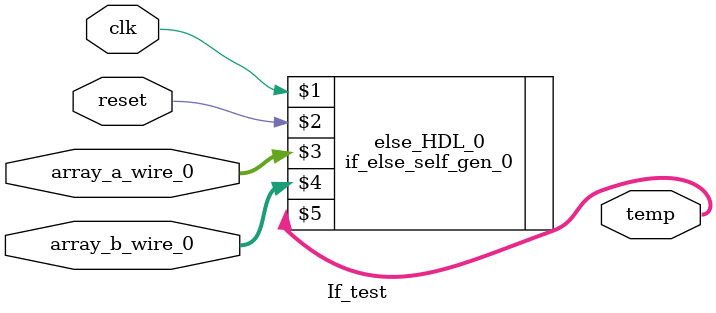
<source format=v>
module If_test( input [31:0]array_a_wire_0, input [31:0]array_b_wire_0, output [31:0]temp, input clk, input reset); 

	wire [31:0]temp;
	//Proceed with one function if calculation.
	if_else_self_gen_0 else_HDL_0( clk , reset, array_a_wire_0, array_b_wire_0,  temp);





endmodule
</source>
